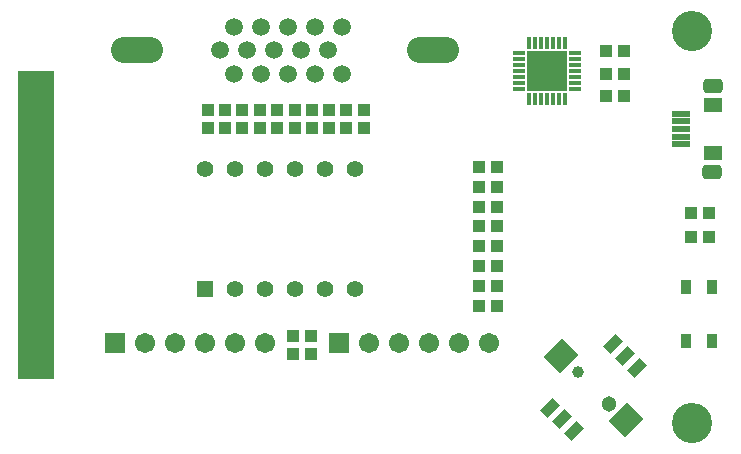
<source format=gts>
G04 Layer_Color=8388736*
%FSLAX25Y25*%
%MOIN*%
G70*
G01*
G75*
%ADD45R,0.12402X1.03000*%
%ADD46R,0.04300X0.04300*%
%ADD47R,0.06312X0.04737*%
%ADD48R,0.06312X0.02375*%
%ADD49R,0.04300X0.04300*%
%ADD50R,0.01784X0.04343*%
%ADD51R,0.04343X0.01784*%
%ADD52R,0.13398X0.13398*%
%ADD53R,0.03359X0.04934*%
%ADD54R,0.10839X0.03162*%
G04:AMPARAMS|DCode=55|XSize=78.87mil|YSize=86.74mil|CornerRadius=0mil|HoleSize=0mil|Usage=FLASHONLY|Rotation=315.000|XOffset=0mil|YOffset=0mil|HoleType=Round|Shape=Rectangle|*
%AMROTATEDRECTD55*
4,1,4,-0.05855,-0.00278,0.00278,0.05855,0.05855,0.00278,-0.00278,-0.05855,-0.05855,-0.00278,0.0*
%
%ADD55ROTATEDRECTD55*%

G04:AMPARAMS|DCode=56|XSize=35.56mil|YSize=61.15mil|CornerRadius=0mil|HoleSize=0mil|Usage=FLASHONLY|Rotation=315.000|XOffset=0mil|YOffset=0mil|HoleType=Round|Shape=Rectangle|*
%AMROTATEDRECTD56*
4,1,4,-0.03419,-0.00905,0.00905,0.03419,0.03419,0.00905,-0.00905,-0.03419,-0.03419,-0.00905,0.0*
%
%ADD56ROTATEDRECTD56*%

%ADD57C,0.13398*%
G04:AMPARAMS|DCode=58|XSize=67.06mil|YSize=47.37mil|CornerRadius=13.84mil|HoleSize=0mil|Usage=FLASHONLY|Rotation=0.000|XOffset=0mil|YOffset=0mil|HoleType=Round|Shape=RoundedRectangle|*
%AMROUNDEDRECTD58*
21,1,0.06706,0.01969,0,0,0.0*
21,1,0.03937,0.04737,0,0,0.0*
1,1,0.02769,0.01969,-0.00984*
1,1,0.02769,-0.01969,-0.00984*
1,1,0.02769,-0.01969,0.00984*
1,1,0.02769,0.01969,0.00984*
%
%ADD58ROUNDEDRECTD58*%
%ADD59R,0.05524X0.05524*%
%ADD60C,0.05524*%
%ADD61C,0.05131*%
%ADD62C,0.03950*%
%ADD63C,0.06706*%
%ADD64R,0.06706X0.06706*%
%ADD65O,0.17335X0.08674*%
%ADD66C,0.05918*%
D45*
X-7392Y79366D02*
D03*
D46*
X188500Y122300D02*
D03*
X182500D02*
D03*
X188500Y129900D02*
D03*
X182500D02*
D03*
X216900Y75300D02*
D03*
X210900D02*
D03*
X216900Y83300D02*
D03*
X210900D02*
D03*
X140100Y85500D02*
D03*
X146100D02*
D03*
Y92100D02*
D03*
X140100D02*
D03*
X146100Y98700D02*
D03*
X140100D02*
D03*
X84200Y36300D02*
D03*
X78200D02*
D03*
X84200Y42300D02*
D03*
X78200D02*
D03*
X188500Y137500D02*
D03*
X182500D02*
D03*
X146100Y52500D02*
D03*
X140100D02*
D03*
Y79000D02*
D03*
X146100D02*
D03*
Y59100D02*
D03*
X140100D02*
D03*
X146100Y65700D02*
D03*
X140100D02*
D03*
Y72300D02*
D03*
X146100D02*
D03*
D47*
X218167Y103576D02*
D03*
X218267Y119276D02*
D03*
D48*
X207567Y116546D02*
D03*
Y113987D02*
D03*
Y111428D02*
D03*
Y108869D02*
D03*
Y106310D02*
D03*
D49*
X49690Y111810D02*
D03*
Y117810D02*
D03*
X55490Y111810D02*
D03*
Y117810D02*
D03*
X61310Y111810D02*
D03*
Y117810D02*
D03*
X67090Y111810D02*
D03*
Y117810D02*
D03*
X72940Y111810D02*
D03*
Y117810D02*
D03*
X78750Y111810D02*
D03*
Y117810D02*
D03*
X101800D02*
D03*
Y111810D02*
D03*
X84510D02*
D03*
Y117810D02*
D03*
X90260Y111810D02*
D03*
Y117810D02*
D03*
X96020D02*
D03*
Y111810D02*
D03*
D50*
X156946Y121346D02*
D03*
X158914D02*
D03*
X160883D02*
D03*
X162851D02*
D03*
X164820D02*
D03*
X166788D02*
D03*
X168757D02*
D03*
Y140243D02*
D03*
X166788D02*
D03*
X164820D02*
D03*
X162851D02*
D03*
X160883D02*
D03*
X158914D02*
D03*
X156946D02*
D03*
D51*
X172300Y124889D02*
D03*
Y126857D02*
D03*
Y128826D02*
D03*
Y130794D02*
D03*
Y132763D02*
D03*
Y134731D02*
D03*
Y136700D02*
D03*
X153402D02*
D03*
Y134731D02*
D03*
Y132763D02*
D03*
Y130794D02*
D03*
Y128826D02*
D03*
Y126857D02*
D03*
Y124889D02*
D03*
D52*
X162851Y130794D02*
D03*
D53*
X209042Y58900D02*
D03*
X217900D02*
D03*
Y40790D02*
D03*
X209042D02*
D03*
D54*
X-6900Y125213D02*
D03*
Y122064D02*
D03*
Y118914D02*
D03*
Y115765D02*
D03*
Y112615D02*
D03*
Y109465D02*
D03*
Y106316D02*
D03*
Y103166D02*
D03*
Y87420D02*
D03*
Y84270D02*
D03*
Y81120D02*
D03*
Y77971D02*
D03*
Y74821D02*
D03*
Y71672D02*
D03*
Y68522D02*
D03*
Y65372D02*
D03*
Y62223D02*
D03*
Y59073D02*
D03*
Y55924D02*
D03*
Y52774D02*
D03*
Y49624D02*
D03*
Y46475D02*
D03*
Y43325D02*
D03*
Y40176D02*
D03*
Y37026D02*
D03*
Y33876D02*
D03*
D55*
X189101Y14427D02*
D03*
X167605Y35923D02*
D03*
D56*
X171706Y10750D02*
D03*
X167817Y14639D02*
D03*
X163928Y18528D02*
D03*
X192778Y31822D02*
D03*
X188889Y35711D02*
D03*
X185000Y39600D02*
D03*
D57*
X211200Y13400D02*
D03*
Y144200D02*
D03*
D58*
X218200Y125900D02*
D03*
X218000Y97157D02*
D03*
D59*
X48800Y58200D02*
D03*
D60*
X58800D02*
D03*
X68800D02*
D03*
X78800D02*
D03*
X88800D02*
D03*
X98800D02*
D03*
Y98200D02*
D03*
X88800D02*
D03*
X78800D02*
D03*
X68800D02*
D03*
X58800D02*
D03*
X48800D02*
D03*
D61*
X183643Y19886D02*
D03*
D62*
X173064Y30464D02*
D03*
D63*
X58929Y40000D02*
D03*
X48929D02*
D03*
X38929D02*
D03*
X28929D02*
D03*
X68929D02*
D03*
X133400D02*
D03*
X123400D02*
D03*
X113400D02*
D03*
X103400D02*
D03*
X143400D02*
D03*
D64*
X18929D02*
D03*
X93400D02*
D03*
D65*
X124690Y137657D02*
D03*
X26304D02*
D03*
D66*
X94513Y145453D02*
D03*
X85497D02*
D03*
X76481D02*
D03*
X67465D02*
D03*
X58450D02*
D03*
X90005Y137657D02*
D03*
X80989D02*
D03*
X71973D02*
D03*
X62958D02*
D03*
X53942D02*
D03*
X94513Y129862D02*
D03*
X85497D02*
D03*
X76481D02*
D03*
X67465D02*
D03*
X58450D02*
D03*
M02*

</source>
